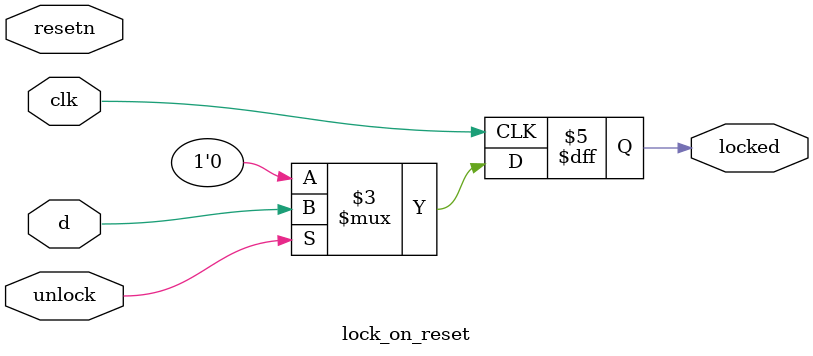
<source format=v>
module lock_on_reset
(
input wire clk,
input wire resetn,
input wire unlock,
input wire d,
output reg locked
);

always @(posedge clk) begin

    if(unlock) locked <= d;
    else locked <= 0;
end

endmodule
</source>
